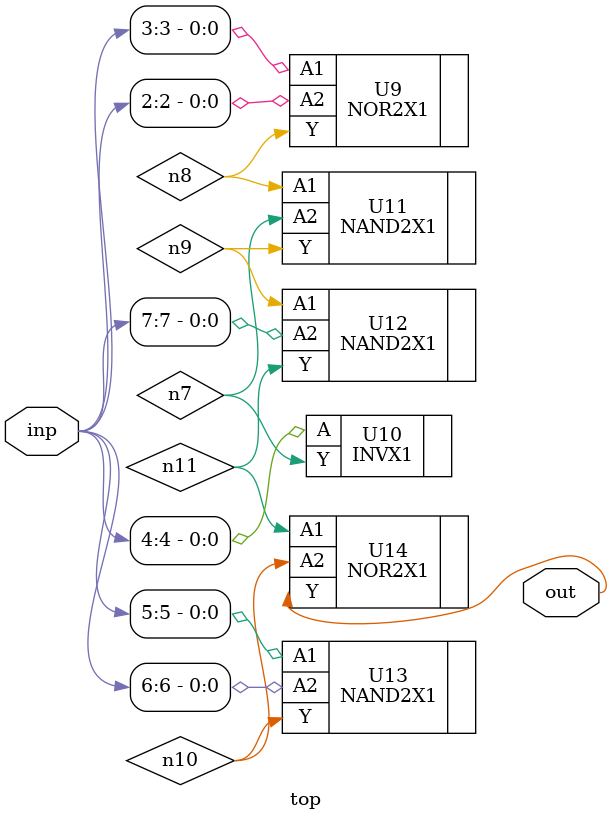
<source format=sv>


module top ( inp, out );
  input [7:0] inp;
  output out;
  wire   n7, n8, n9, n10, n11;

  NOR2X1 U9 ( .A1(inp[3]), .A2(inp[2]), .Y(n8) );
  INVX1 U10 ( .A(inp[4]), .Y(n7) );
  NAND2X1 U11 ( .A1(n8), .A2(n7), .Y(n9) );
  NAND2X1 U12 ( .A1(n9), .A2(inp[7]), .Y(n11) );
  NAND2X1 U13 ( .A1(inp[5]), .A2(inp[6]), .Y(n10) );
  NOR2X1 U14 ( .A1(n11), .A2(n10), .Y(out) );
endmodule


</source>
